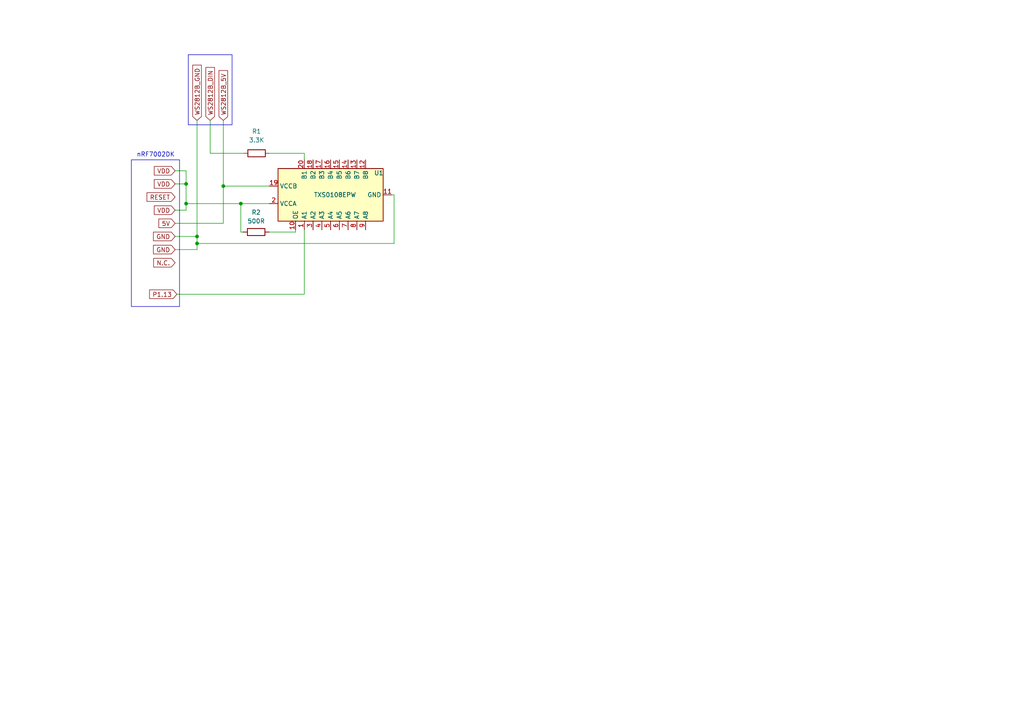
<source format=kicad_sch>
(kicad_sch (version 20230121) (generator eeschema)
  (paper "A4")
  (title_block (title "MatterDoor") (date "2023-11-04") (rev "1.0"))
  (lib_symbols
    (symbol "Device:R" (pin_numbers hide) (pin_names (offset 0))
      (property "Reference" "R" (at 2.032 0 90))
      (property "Value" "R" (at 0 0 90))
      (symbol "R_0_1"
        (rectangle (start -1.016 -2.54) (end 1.016 2.54) (stroke (width 0.254)))
      )
      (symbol "R_1_1"
        (pin passive line (at 0 3.81 270) (length 1.27) (name "~") (number "1"))
        (pin passive line (at 0 -3.81 90) (length 1.27) (name "~") (number "2"))
      )
    )
    (symbol "Logic_LevelTranslator:TXS0108EPW"
      (property "Reference" "U" (at -6.35 16.51 0))
      (property "Value" "TXS0108EPW" (at 3.81 16.51 0))
      (symbol "TXS0108EPW_0_1"
        (rectangle (start -7.62 15.24) (end 7.62 -15.24) (stroke (width 0.254)) (fill (type background)))
      )
      (symbol "TXS0108EPW_1_1"
        (pin bidirectional line (at -10.16 7.62 0) (length 2.54) (name "A1") (number "1"))
        (pin input line (at -10.16 10.16 0) (length 2.54) (name "OE") (number "10"))
        (pin power_in line (at 0 -17.78 90) (length 2.54) (name "GND") (number "11"))
        (pin bidirectional line (at 10.16 -10.16 180) (length 2.54) (name "B8") (number "12"))
        (pin bidirectional line (at 10.16 -7.62 180) (length 2.54) (name "B7") (number "13"))
        (pin bidirectional line (at 10.16 -5.08 180) (length 2.54) (name "B6") (number "14"))
        (pin bidirectional line (at 10.16 -2.54 180) (length 2.54) (name "B5") (number "15"))
        (pin bidirectional line (at 10.16 0 180) (length 2.54) (name "B4") (number "16"))
        (pin bidirectional line (at 10.16 2.54 180) (length 2.54) (name "B3") (number "17"))
        (pin bidirectional line (at 10.16 5.08 180) (length 2.54) (name "B2") (number "18"))
        (pin power_in line (at 2.54 17.78 270) (length 2.54) (name "VCCB") (number "19"))
        (pin power_in line (at -2.54 17.78 270) (length 2.54) (name "VCCA") (number "2"))
        (pin bidirectional line (at 10.16 7.62 180) (length 2.54) (name "B1") (number "20"))
        (pin bidirectional line (at -10.16 5.08 0) (length 2.54) (name "A2") (number "3"))
        (pin bidirectional line (at -10.16 2.54 0) (length 2.54) (name "A3") (number "4"))
        (pin bidirectional line (at -10.16 0 0) (length 2.54) (name "A4") (number "5"))
        (pin bidirectional line (at -10.16 -2.54 0) (length 2.54) (name "A5") (number "6"))
        (pin bidirectional line (at -10.16 -5.08 0) (length 2.54) (name "A6") (number "7"))
        (pin bidirectional line (at -10.16 -7.62 0) (length 2.54) (name "A7") (number "8"))
        (pin bidirectional line (at -10.16 -10.16 0) (length 2.54) (name "A8") (number "9"))
      )
    )
  )
  (junction (at 57.15 70.612))
  (junction (at 64.77 53.975))
  (junction (at 53.975 59.055))
  (junction (at 57.15 68.58))
  (junction (at 69.85 59.055))
  (junction (at 53.975 53.34))
  (wire (pts (xy 50.8 53.34) (xy 53.975 53.34)))
  (wire (pts (xy 69.85 67.31) (xy 69.85 59.055)))
  (wire (pts (xy 69.85 59.055) (xy 78.105 59.055)))
  (wire (pts (xy 57.15 34.925) (xy 57.15 68.58)))
  (wire (pts (xy 60.96 44.45) (xy 60.96 34.925)))
  (wire (pts (xy 53.975 59.055) (xy 69.85 59.055)))
  (wire (pts (xy 64.77 34.925) (xy 64.77 53.975)))
  (wire (pts (xy 53.975 59.055) (xy 53.975 60.96)))
  (wire (pts (xy 85.725 67.31) (xy 78.105 67.31)))
  (wire (pts (xy 57.15 70.612) (xy 57.15 72.39)))
  (wire (pts (xy 53.975 49.53) (xy 50.8 49.53)))
  (wire (pts (xy 70.612 44.45) (xy 60.96 44.45)))
  (wire (pts (xy 50.8 64.77) (xy 64.77 64.77)))
  (wire (pts (xy 114.3 56.515) (xy 113.665 56.515)))
  (wire (pts (xy 53.975 53.34) (xy 53.975 59.055)))
  (wire (pts (xy 64.77 53.975) (xy 78.105 53.975)))
  (wire (pts (xy 114.3 56.515) (xy 114.3 70.612)))
  (wire (pts (xy 57.15 70.612) (xy 114.3 70.612)))
  (wire (pts (xy 70.485 67.31) (xy 69.85 67.31)))
  (wire (pts (xy 64.77 64.77) (xy 64.77 53.975)))
  (wire (pts (xy 85.725 66.675) (xy 85.725 67.31)))
  (wire (pts (xy 88.265 46.355) (xy 88.265 44.45)))
  (wire (pts (xy 88.265 44.45) (xy 78.232 44.45)))
  (wire (pts (xy 57.15 68.58) (xy 57.15 70.612)))
  (wire (pts (xy 50.8 68.58) (xy 57.15 68.58)))
  (wire (pts (xy 53.975 49.53) (xy 53.975 53.34)))
  (wire (pts (xy 51.308 85.344) (xy 88.265 85.344)))
  (wire (pts (xy 53.975 60.96) (xy 50.8 60.96)))
  (wire (pts (xy 57.15 72.39) (xy 50.8 72.39)))
  (wire (pts (xy 88.265 85.344) (xy 88.265 66.675)))
  (rectangle (start 54.61 15.875) (end 67.31 36.195))
  (rectangle (start 38.1 46.355) (end 52.07 88.9))
  (text "nRF7002DK\n" (at 39.624 45.72 0) (effects (font (size 1.27 1.27)) (justify left bottom)))
  (global_label "VDD" (shape input) (at 50.8 49.53 180) (property "Intersheetrefs" "${INTERSHEET_REFS}" (effects hide)))
  (global_label "WS2812B_5V" (shape input) (at 64.77 34.925 90) (property "Intersheetrefs" "${INTERSHEET_REFS}" (effects hide)))
  (global_label "WS2812B_DIN" (shape input) (at 60.96 34.925 90) (property "Intersheetrefs" "${INTERSHEET_REFS}" (effects hide)))
  (global_label "WS2812B_GND" (shape input) (at 57.15 34.925 90) (property "Intersheetrefs" "${INTERSHEET_REFS}" (effects hide)))
  (global_label "N.C." (shape input) (at 50.8 76.2 180) (property "Intersheetrefs" "${INTERSHEET_REFS}" (effects hide)))
  (global_label "GND" (shape input) (at 50.8 72.39 180) (property "Intersheetrefs" "${INTERSHEET_REFS}" (effects hide)))
  (global_label "GND" (shape input) (at 50.8 68.58 180) (property "Intersheetrefs" "${INTERSHEET_REFS}" (effects hide)))
  (global_label "VDD" (shape input) (at 50.8 60.96 180) (property "Intersheetrefs" "${INTERSHEET_REFS}" (effects hide)))
  (global_label "VDD" (shape input) (at 50.8 53.34 180) (property "Intersheetrefs" "${INTERSHEET_REFS}" (effects hide)))
  (global_label "P1.13" (shape input) (at 51.308 85.344 180) (property "Intersheetrefs" "${INTERSHEET_REFS}" (effects hide)))
  (global_label "RESET" (shape input) (at 50.8 57.15 180) (property "Intersheetrefs" "${INTERSHEET_REFS}" (effects hide)))
  (global_label "5V" (shape input) (at 50.8 64.77 180) (property "Intersheetrefs" "${INTERSHEET_REFS}" (effects hide)))
  (symbol (lib_id "Logic_LevelTranslator:TXS0108EPW") (at 95.885 56.515 90) (unit 1)
    (property "Reference" "U1" (at 109.855 50.165 90))
    (property "Value" "TXS0108EPW" (at 97.155 56.515 90))
    (property "Footprint" "Package_SO:TSSOP-20_4.4x6.5mm_P0.65mm" (effects hide))
    (property "Datasheet" "www.ti.com/lit/ds/symlink/txs0108e.pdf" (effects hide))
  )
  (symbol (lib_id "Device:R") (at 74.422 44.45 90) (unit 1)
    (property "Reference" "R1" (at 74.422 38.1 90))
    (property "Value" "3.3K" (at 74.422 40.64 90))
  )
  (symbol (lib_id "Device:R") (at 74.295 67.31 90) (unit 1)
    (property "Reference" "R2" (at 74.295 61.595 90))
    (property "Value" "500R" (at 74.295 64.135 90))
  )
)
</source>
